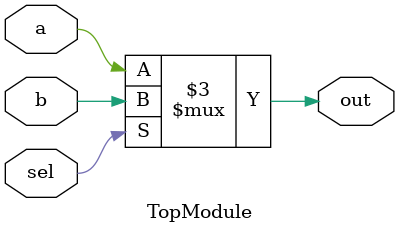
<source format=sv>
module TopModule (
    input logic a,    // 1-bit input, unsigned
    input logic b,    // 1-bit input, unsigned
    input logic sel,  // 1-bit select input, unsigned
    output logic out  // 1-bit output, representing selected input
);

    // Combinational logic for 2-to-1 multiplexer
    always @(*) begin
        out = (sel == 1'b0) ? a : b;
    end

endmodule
</source>
